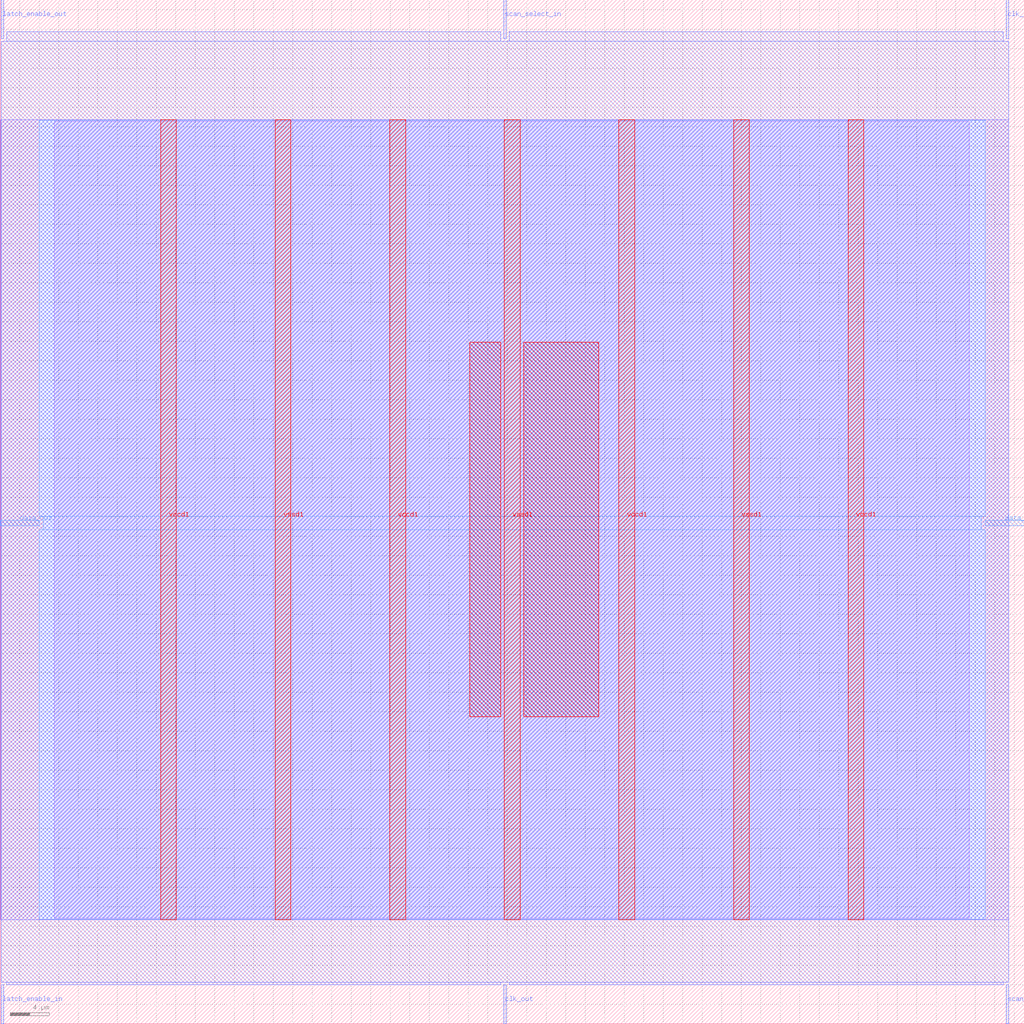
<source format=lef>
VERSION 5.7 ;
  NOWIREEXTENSIONATPIN ON ;
  DIVIDERCHAR "/" ;
  BUSBITCHARS "[]" ;
MACRO scan_wrapper_341538994733974098
  CLASS BLOCK ;
  FOREIGN scan_wrapper_341538994733974098 ;
  ORIGIN 0.000 0.000 ;
  SIZE 105.000 BY 105.000 ;
  PIN clk_in
    DIRECTION INPUT ;
    USE SIGNAL ;
    PORT
      LAYER met2 ;
        RECT 103.130 101.000 103.410 105.000 ;
    END
  END clk_in
  PIN clk_out
    DIRECTION OUTPUT TRISTATE ;
    USE SIGNAL ;
    PORT
      LAYER met2 ;
        RECT 51.610 0.000 51.890 4.000 ;
    END
  END clk_out
  PIN data_in
    DIRECTION INPUT ;
    USE SIGNAL ;
    PORT
      LAYER met3 ;
        RECT 101.000 51.040 105.000 51.640 ;
    END
  END data_in
  PIN data_out
    DIRECTION OUTPUT TRISTATE ;
    USE SIGNAL ;
    PORT
      LAYER met3 ;
        RECT 0.000 51.040 4.000 51.640 ;
    END
  END data_out
  PIN latch_enable_in
    DIRECTION INPUT ;
    USE SIGNAL ;
    PORT
      LAYER met2 ;
        RECT 0.090 0.000 0.370 4.000 ;
    END
  END latch_enable_in
  PIN latch_enable_out
    DIRECTION OUTPUT TRISTATE ;
    USE SIGNAL ;
    PORT
      LAYER met2 ;
        RECT 0.090 101.000 0.370 105.000 ;
    END
  END latch_enable_out
  PIN scan_select_in
    DIRECTION INPUT ;
    USE SIGNAL ;
    PORT
      LAYER met2 ;
        RECT 51.610 101.000 51.890 105.000 ;
    END
  END scan_select_in
  PIN scan_select_out
    DIRECTION OUTPUT TRISTATE ;
    USE SIGNAL ;
    PORT
      LAYER met2 ;
        RECT 103.130 0.000 103.410 4.000 ;
    END
  END scan_select_out
  PIN vccd1
    DIRECTION INOUT ;
    USE POWER ;
    PORT
      LAYER met4 ;
        RECT 16.465 10.640 18.065 92.720 ;
    END
    PORT
      LAYER met4 ;
        RECT 39.955 10.640 41.555 92.720 ;
    END
    PORT
      LAYER met4 ;
        RECT 63.445 10.640 65.045 92.720 ;
    END
    PORT
      LAYER met4 ;
        RECT 86.935 10.640 88.535 92.720 ;
    END
  END vccd1
  PIN vssd1
    DIRECTION INOUT ;
    USE GROUND ;
    PORT
      LAYER met4 ;
        RECT 28.210 10.640 29.810 92.720 ;
    END
    PORT
      LAYER met4 ;
        RECT 51.700 10.640 53.300 92.720 ;
    END
    PORT
      LAYER met4 ;
        RECT 75.190 10.640 76.790 92.720 ;
    END
  END vssd1
  OBS
      LAYER li1 ;
        RECT 5.520 10.795 99.360 92.565 ;
      LAYER met1 ;
        RECT 0.070 10.640 103.430 92.720 ;
      LAYER met2 ;
        RECT 0.650 100.720 51.330 101.730 ;
        RECT 52.170 100.720 102.850 101.730 ;
        RECT 0.100 4.280 103.400 100.720 ;
        RECT 0.650 4.000 51.330 4.280 ;
        RECT 52.170 4.000 102.850 4.280 ;
      LAYER met3 ;
        RECT 4.000 52.040 101.000 92.645 ;
        RECT 4.400 50.640 100.600 52.040 ;
        RECT 4.000 10.715 101.000 50.640 ;
      LAYER met4 ;
        RECT 48.135 31.455 51.300 69.865 ;
        RECT 53.700 31.455 61.345 69.865 ;
  END
END scan_wrapper_341538994733974098
END LIBRARY


</source>
